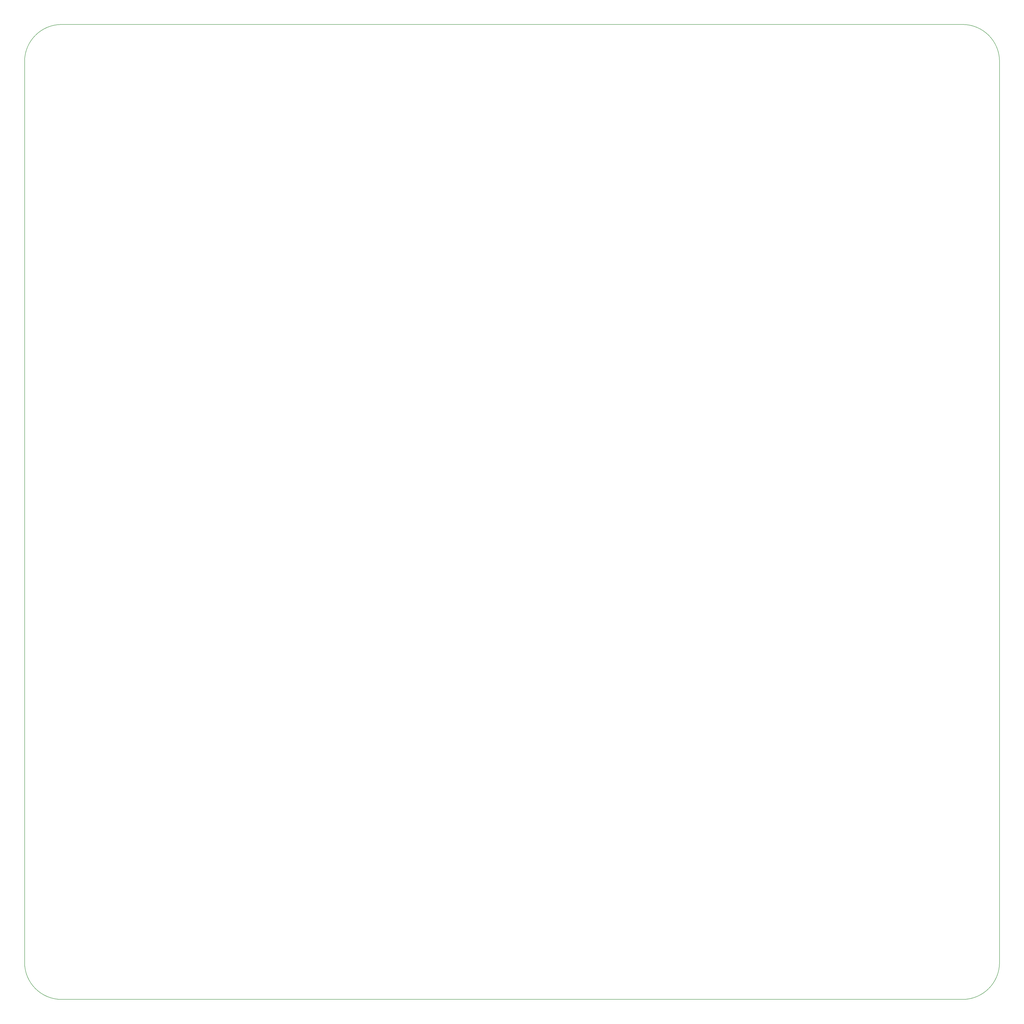
<source format=gko>
G04*
G04 #@! TF.GenerationSoftware,Altium Limited,Altium Designer,23.0.1 (38)*
G04*
G04 Layer_Color=16711935*
%FSLAX44Y44*%
%MOMM*%
G71*
G04*
G04 #@! TF.SameCoordinates,91F4A6FA-0939-4DC5-AEF7-812B851DF4A5*
G04*
G04*
G04 #@! TF.FilePolarity,Positive*
G04*
G01*
G75*
%ADD11C,0.1500*%
D11*
X150000Y3950000D02*
G03*
X0Y3800000I0J-150000D01*
G01*
X3800000Y0D02*
G03*
X3950000Y150000I0J150000D01*
G01*
X0D02*
G03*
X150000Y0I150000J0D01*
G01*
X3950000Y3800000D02*
G03*
X3800000Y3950000I-150000J0D01*
G01*
X0Y150000D02*
Y3800000D01*
X150000Y0D02*
X3800000D01*
X150000Y3950000D02*
X3800000D01*
X3950000Y150000D02*
Y3800000D01*
M02*

</source>
